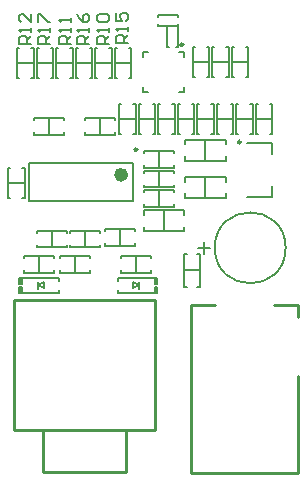
<source format=gto>
G04*
G04 #@! TF.GenerationSoftware,Altium Limited,Altium Designer,19.0.15 (446)*
G04*
G04 Layer_Color=65535*
%FSLAX25Y25*%
%MOIN*%
G70*
G01*
G75*
%ADD10C,0.00984*%
%ADD11C,0.00787*%
%ADD12C,0.02362*%
%ADD13C,0.00591*%
%ADD14C,0.01000*%
%ADD15C,0.00800*%
%ADD16R,0.00701X0.02000*%
%ADD17R,0.00787X0.01862*%
D10*
X662315Y195752D02*
G03*
X662315Y195752I-492J0D01*
G01*
X643094Y228252D02*
G03*
X643094Y228252I-492J0D01*
G01*
X627839Y193228D02*
G03*
X627839Y193228I-492J0D01*
G01*
D11*
X677232Y160500D02*
G03*
X677232Y160500I-11811J0D01*
G01*
X672758Y177445D02*
Y181185D01*
X664382Y177445D02*
X672758D01*
Y191815D02*
Y195555D01*
X664382D02*
X672758D01*
X648165Y160500D02*
X652165D01*
X650165Y158500D02*
Y162500D01*
X641520Y225693D02*
X643193D01*
Y224020D02*
Y225693D01*
Y212307D02*
Y213980D01*
X641520Y212307D02*
X643193D01*
X629807D02*
X631480D01*
X629807D02*
Y213980D01*
Y225693D02*
X631480D01*
X629807Y224020D02*
Y225693D01*
X591677Y188799D02*
X626323D01*
X591677Y176201D02*
X626323D01*
Y188799D01*
X591677Y176201D02*
Y188799D01*
X594713Y146819D02*
Y149181D01*
X596681Y148394D02*
Y148984D01*
X594713Y148000D02*
X596681Y148984D01*
X594713Y148000D02*
X596681Y147016D01*
Y148394D01*
X628287Y146819D02*
Y149181D01*
X626319Y147016D02*
Y147606D01*
Y147016D02*
X628287Y148000D01*
X626319Y148984D02*
X628287Y148000D01*
X626319Y147606D02*
Y148984D01*
D12*
X623567Y184862D02*
G03*
X623567Y184862I-1181J0D01*
G01*
D13*
X607244Y222000D02*
X612756D01*
X612000Y227000D02*
X612756D01*
Y217000D02*
Y227000D01*
X612000Y217000D02*
X612756D01*
X607244D02*
X608000D01*
X607244D02*
Y227000D01*
X608000D01*
X620244Y222000D02*
X625756D01*
X625000Y227000D02*
X625756D01*
Y217000D02*
Y227000D01*
X625000Y217000D02*
X625756D01*
X620244D02*
X621000D01*
X620244D02*
Y227000D01*
X621000D01*
X613744Y222000D02*
X619256D01*
X613744Y217000D02*
X614500D01*
X613744D02*
Y227000D01*
X614500D01*
X618500D02*
X619256D01*
Y217000D02*
Y227000D01*
X618500Y217000D02*
X619256D01*
X600744Y222000D02*
X606256D01*
X600744Y217000D02*
X601500D01*
X600744D02*
Y227000D01*
X601500D01*
X605500D02*
X606256D01*
Y217000D02*
Y227000D01*
X605500Y217000D02*
X606256D01*
X594244Y222000D02*
X599756D01*
X599000Y227000D02*
X599756D01*
Y217000D02*
Y227000D01*
X599000Y217000D02*
X599756D01*
X594244D02*
X595000D01*
X594244D02*
Y227000D01*
X595000D01*
X587744Y222000D02*
X593256D01*
X587744Y217000D02*
X588500D01*
X587744D02*
Y227000D01*
X588500D01*
X592500D02*
X593256D01*
Y217000D02*
Y227000D01*
X592500Y217000D02*
X593256D01*
X637689Y234405D02*
X638280D01*
X637689Y227516D02*
Y234405D01*
Y227516D02*
X638280D01*
X640642D02*
X641232D01*
Y234405D01*
X640642D02*
X641232D01*
X634590Y234428D02*
Y235019D01*
Y234428D02*
X641480D01*
Y235019D01*
Y237381D02*
Y237972D01*
X634590D02*
X641480D01*
X634590Y237381D02*
Y237972D01*
X600000Y157000D02*
Y157756D01*
X590000D02*
X600000D01*
X590000Y157000D02*
Y157756D01*
Y152244D02*
Y153000D01*
Y152244D02*
X600000D01*
Y153000D01*
X595000Y152244D02*
Y157756D01*
X654244Y208500D02*
X655000D01*
X654244Y198500D02*
Y208500D01*
Y198500D02*
X655000D01*
X659000D02*
X659756D01*
Y208500D01*
X659000D02*
X659756D01*
X654244Y203500D02*
X659756D01*
X647744Y208500D02*
X648500D01*
X647744Y198500D02*
Y208500D01*
Y198500D02*
X648500D01*
X652500D02*
X653256D01*
Y208500D01*
X652500D02*
X653256D01*
X647744Y203500D02*
X653256D01*
X641244Y208500D02*
X642000D01*
X641244Y198500D02*
Y208500D01*
Y198500D02*
X642000D01*
X646000D02*
X646756D01*
Y208500D01*
X646000D02*
X646756D01*
X641244Y203500D02*
X646756D01*
X647575Y147488D02*
X648756D01*
Y158512D01*
X647575D02*
X648756D01*
X643244D02*
X644425D01*
X643244Y147488D02*
Y158512D01*
Y147488D02*
X644425D01*
X643244Y153000D02*
X648756D01*
X650500Y189457D02*
Y196543D01*
X657193Y194969D02*
Y196543D01*
X643807D02*
X657193D01*
X643807Y194969D02*
Y196543D01*
Y189457D02*
Y191032D01*
Y189457D02*
X657193D01*
Y191032D01*
X650500Y177051D02*
Y184138D01*
X657193Y182563D02*
Y184138D01*
X643807D02*
X657193D01*
X643807Y182563D02*
Y184138D01*
Y177051D02*
Y178626D01*
Y177051D02*
X657193D01*
Y178626D01*
X589500Y177000D02*
X590256D01*
Y187000D01*
X589500D02*
X590256D01*
X584744D02*
X585500D01*
X584744Y177000D02*
Y187000D01*
Y177000D02*
X585500D01*
X584744Y182000D02*
X590256D01*
X664000Y217500D02*
X664756D01*
Y227500D01*
X664000D02*
X664756D01*
X659244D02*
X660000D01*
X659244Y217500D02*
Y227500D01*
Y217500D02*
X660000D01*
X659244Y222500D02*
X664756D01*
X657500Y217500D02*
X658256D01*
Y227500D01*
X657500D02*
X658256D01*
X652744D02*
X653500D01*
X652744Y217500D02*
Y227500D01*
Y217500D02*
X653500D01*
X652744Y222500D02*
X658256D01*
X651000Y217500D02*
X651756D01*
Y227500D01*
X651000D02*
X651756D01*
X646244D02*
X647000D01*
X646244Y217500D02*
Y227500D01*
Y217500D02*
X647000D01*
X646244Y222500D02*
X651756D01*
X635000Y180744D02*
Y186256D01*
X640000Y180744D02*
Y181500D01*
X630000Y180744D02*
X640000D01*
X630000D02*
Y181500D01*
Y185500D02*
Y186256D01*
X640000D01*
Y185500D02*
Y186256D01*
X635000Y187244D02*
Y192756D01*
X640000Y187244D02*
Y188000D01*
X630000Y187244D02*
X640000D01*
X630000D02*
Y188000D01*
Y192000D02*
Y192756D01*
X640000D01*
Y192000D02*
Y192756D01*
X635000Y174244D02*
Y179756D01*
X640000Y174244D02*
Y175000D01*
X630000Y174244D02*
X640000D01*
X630000D02*
Y175000D01*
Y179000D02*
Y179756D01*
X640000D01*
Y179000D02*
Y179756D01*
X636650Y165957D02*
Y173043D01*
X643343Y171469D02*
Y173043D01*
X629957D02*
X643343D01*
X629957Y171469D02*
Y173043D01*
Y165957D02*
Y167532D01*
Y165957D02*
X643343D01*
Y167532D01*
X628331Y208500D02*
X629087D01*
X628331Y198500D02*
Y208500D01*
Y198500D02*
X629087D01*
X633087D02*
X633843D01*
Y208500D01*
X633087D02*
X633843D01*
X628331Y203500D02*
X633843D01*
X621744D02*
X627256D01*
X621744Y198500D02*
X622500D01*
X621744D02*
Y208500D01*
X622500D01*
X626500D02*
X627256D01*
Y198500D02*
Y208500D01*
X626500Y198500D02*
X627256D01*
X634728Y203500D02*
X640240D01*
X634728Y198500D02*
X635484D01*
X634728D02*
Y208500D01*
X635484D01*
X639484D02*
X640240D01*
Y198500D02*
Y208500D01*
X639484Y198500D02*
X640240D01*
X601799Y145500D02*
Y146500D01*
X589000Y145500D02*
X601799D01*
X589201D02*
Y147500D01*
X588500D02*
X589201D01*
X588500Y145500D02*
Y147500D01*
Y145500D02*
X589201D01*
X588500Y150500D02*
X589201D01*
X588500Y148500D02*
Y150500D01*
Y148500D02*
X589201D01*
Y150500D01*
X589000D02*
X601799D01*
Y149500D02*
Y150500D01*
X621201Y149500D02*
Y150500D01*
X634000D01*
X633799Y148500D02*
Y150500D01*
Y148500D02*
X634500D01*
Y150500D01*
X633799D02*
X634500D01*
X633799Y145500D02*
X634500D01*
Y147500D01*
X633799D02*
X634500D01*
X633799Y145500D02*
Y147500D01*
X621201Y145500D02*
X634000D01*
X621201D02*
Y146500D01*
X622000Y161244D02*
Y166756D01*
X627000Y161244D02*
Y162000D01*
X617000Y161244D02*
X627000D01*
X617000D02*
Y162000D01*
Y166000D02*
Y166756D01*
X627000D01*
Y166000D02*
Y166756D01*
X599500Y160744D02*
Y166256D01*
X594500Y165500D02*
Y166256D01*
X604500D01*
Y165500D02*
Y166256D01*
Y160744D02*
Y161500D01*
X594500Y160744D02*
X604500D01*
X594500D02*
Y161500D01*
X607000Y152244D02*
Y157756D01*
X602000Y157000D02*
Y157756D01*
X612000D01*
Y157000D02*
Y157756D01*
Y152244D02*
Y153000D01*
X602000Y152244D02*
X612000D01*
X602000D02*
Y153000D01*
X660744Y203500D02*
X666256D01*
X665500Y208500D02*
X666256D01*
Y198500D02*
Y208500D01*
X665500Y198500D02*
X666256D01*
X660744D02*
X661500D01*
X660744D02*
Y208500D01*
X661500D01*
X610500Y160744D02*
Y166256D01*
X615500Y160744D02*
Y161500D01*
X605500Y160744D02*
X615500D01*
X605500D02*
Y161500D01*
Y165500D02*
Y166256D01*
X615500D01*
Y165500D02*
Y166256D01*
X622500Y152244D02*
Y153000D01*
Y152244D02*
X632500D01*
Y153000D01*
Y157000D02*
Y157756D01*
X622500D02*
X632500D01*
X622500Y157000D02*
Y157756D01*
X627500Y152244D02*
Y157756D01*
X667244Y203500D02*
X672756D01*
X667244Y198500D02*
X668000D01*
X667244D02*
Y208500D01*
X668000D01*
X672000D02*
X672756D01*
Y198500D02*
Y208500D01*
X672000Y198500D02*
X672756D01*
X598500Y198244D02*
Y203756D01*
X603500Y198244D02*
Y199000D01*
X593500Y198244D02*
X603500D01*
X593500D02*
Y199000D01*
Y203000D02*
Y203756D01*
X603500D01*
Y203000D02*
Y203756D01*
X615500Y198244D02*
Y203756D01*
X620500Y198244D02*
Y199000D01*
X610500Y198244D02*
X620500D01*
X610500D02*
Y199000D01*
Y203000D02*
Y203756D01*
X620500D01*
Y203000D02*
Y203756D01*
D14*
X633807Y99689D02*
Y142996D01*
X586563D02*
X633807D01*
X586563Y99689D02*
Y142996D01*
Y99689D02*
X633807D01*
X623965D02*
X633807D01*
X623965Y85909D02*
Y99689D01*
X596406Y85909D02*
X623965D01*
X596406D02*
Y99689D01*
X673343Y141378D02*
X681217D01*
Y137441D02*
Y141378D01*
Y93346D02*
Y117756D01*
X645783Y141378D02*
X653657D01*
X645783Y93346D02*
Y141378D01*
X663500Y85472D02*
X681217D01*
Y93346D01*
X645783Y85472D02*
Y93346D01*
Y85472D02*
X663500D01*
D15*
X598800Y228400D02*
X594801D01*
Y230399D01*
X595468Y231066D01*
X596801D01*
X597467Y230399D01*
Y228400D01*
Y229733D02*
X598800Y231066D01*
Y232399D02*
Y233732D01*
Y233065D01*
X594801D01*
X595468Y232399D01*
X594801Y235731D02*
Y238397D01*
X595468D01*
X598134Y235731D01*
X598800D01*
X611700Y228600D02*
X607701D01*
Y230599D01*
X608368Y231266D01*
X609701D01*
X610367Y230599D01*
Y228600D01*
Y229933D02*
X611700Y231266D01*
Y232599D02*
Y233932D01*
Y233265D01*
X607701D01*
X608368Y232599D01*
X607701Y238597D02*
X608368Y237264D01*
X609701Y235931D01*
X611034D01*
X611700Y236597D01*
Y237930D01*
X611034Y238597D01*
X610367D01*
X609701Y237930D01*
Y235931D01*
X624800Y228800D02*
X620801D01*
Y230799D01*
X621468Y231466D01*
X622801D01*
X623467Y230799D01*
Y228800D01*
Y230133D02*
X624800Y231466D01*
Y232799D02*
Y234132D01*
Y233465D01*
X620801D01*
X621468Y232799D01*
X620801Y238797D02*
Y236131D01*
X622801D01*
X622134Y237464D01*
Y238130D01*
X622801Y238797D01*
X624134D01*
X624800Y238130D01*
Y236797D01*
X624134Y236131D01*
X592500Y228400D02*
X588501D01*
Y230399D01*
X589168Y231066D01*
X590501D01*
X591167Y230399D01*
Y228400D01*
Y229733D02*
X592500Y231066D01*
Y232399D02*
Y233732D01*
Y233065D01*
X588501D01*
X589168Y232399D01*
X592500Y238397D02*
Y235731D01*
X589834Y238397D01*
X589168D01*
X588501Y237730D01*
Y236397D01*
X589168Y235731D01*
X605600Y228500D02*
X601601D01*
Y230499D01*
X602268Y231166D01*
X603601D01*
X604267Y230499D01*
Y228500D01*
Y229833D02*
X605600Y231166D01*
Y232499D02*
Y233832D01*
Y233165D01*
X601601D01*
X602268Y232499D01*
X605600Y235831D02*
Y237164D01*
Y236497D01*
X601601D01*
X602268Y235831D01*
X618200Y228500D02*
X614201D01*
Y230499D01*
X614868Y231166D01*
X616201D01*
X616867Y230499D01*
Y228500D01*
Y229833D02*
X618200Y231166D01*
Y232499D02*
Y233832D01*
Y233165D01*
X614201D01*
X614868Y232499D01*
Y235831D02*
X614201Y236497D01*
Y237830D01*
X614868Y238497D01*
X617534D01*
X618200Y237830D01*
Y236497D01*
X617534Y235831D01*
X614868D01*
D16*
X588850Y146500D02*
D03*
X634150Y149500D02*
D03*
D17*
X588807Y149431D02*
D03*
X634193Y146569D02*
D03*
M02*

</source>
